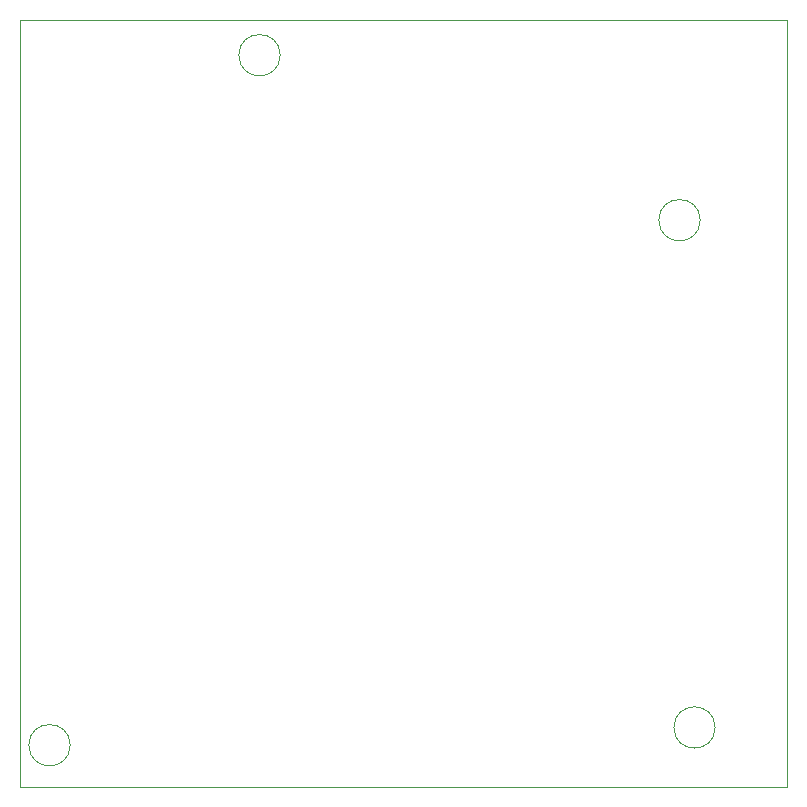
<source format=gm1>
G04 #@! TF.GenerationSoftware,KiCad,Pcbnew,(6.0.5)*
G04 #@! TF.CreationDate,2023-08-18T19:29:43-04:00*
G04 #@! TF.ProjectId,Ki_PCB,4b695f50-4342-42e6-9b69-6361645f7063,rev?*
G04 #@! TF.SameCoordinates,Original*
G04 #@! TF.FileFunction,Profile,NP*
%FSLAX46Y46*%
G04 Gerber Fmt 4.6, Leading zero omitted, Abs format (unit mm)*
G04 Created by KiCad (PCBNEW (6.0.5)) date 2023-08-18 19:29:43*
%MOMM*%
%LPD*%
G01*
G04 APERTURE LIST*
G04 #@! TA.AperFunction,Profile*
%ADD10C,0.100000*%
G04 #@! TD*
G04 #@! TA.AperFunction,Profile*
%ADD11C,0.050000*%
G04 #@! TD*
G04 APERTURE END LIST*
D10*
X130086851Y-94799987D02*
G75*
G03*
X130086851Y-94799987I-1750000J0D01*
G01*
X76746851Y-139249987D02*
G75*
G03*
X76746851Y-139249987I-1750000J0D01*
G01*
X94526851Y-80829987D02*
G75*
G03*
X94526851Y-80829987I-1750000J0D01*
G01*
X131356851Y-137749987D02*
G75*
G03*
X131356851Y-137749987I-1750000J0D01*
G01*
D11*
X72456851Y-77829987D02*
X137456851Y-77829987D01*
X137456851Y-77829987D02*
X137456851Y-142829987D01*
X137456851Y-142829987D02*
X72456851Y-142829987D01*
X72456851Y-142829987D02*
X72456851Y-77829987D01*
M02*

</source>
